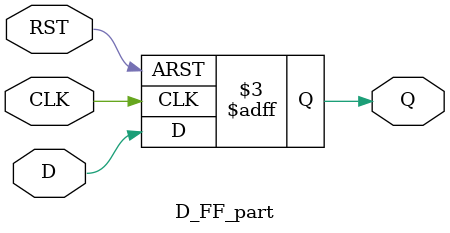
<source format=v>
`timescale 1ns / 1ps


module D_FF_part(
output reg Q,
input D, CLK, RST);

always @(posedge CLK, negedge RST)
if (RST == 0) Q <= 1'b0;
else Q <= D;

endmodule
</source>
